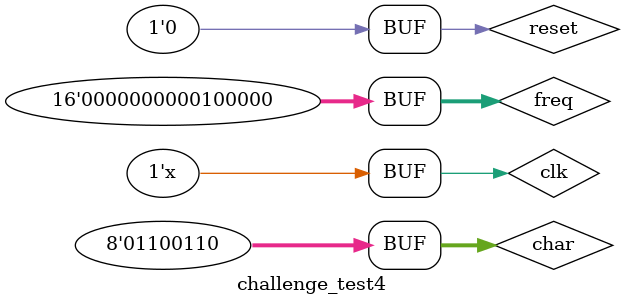
<source format=v>
`timescale 1ns / 1ps


module challenge_test4;

	// Inputs
	reg clk;
	reg reset;
	reg [7:0] char;
	reg [15:0] freq;

	// Outputs
	wire [1:0] format_type;
	wire [3:0] error_code;

	// Instantiate the Unit Under Test (UUT)
	cpu_checker uut (
		.clk(clk), 
		.reset(reset), 
		.char(char), 
		.freq(freq), 
		.format_type(format_type), 
		.error_code(error_code)
	);

	initial begin
		// Initialize Inputs
		clk = 0;
		reset = 0;
		char = 0;
		freq = 6'b100000;

		#10 char="^";
		#10 char="5";
		#10 char="@";
		#10 char="0";
		#10 char="0";
		#10 char="0";
		#10 char="0";
		#10 char="8";
		#10 char="0";
		#10 char="0";
		#10 char="0";
		#10 char=":";
		#10 char=8'd42;
		#10 char="0";
		#10 char="0";
		#10 char="0";
		#10 char="0";
		#10 char="0";
		#10 char="0";
		#10 char="8";
		#10 char="8";
		#10 char="<";
		#10 char="=";
		#10 char="f";
		#10 char="f";
		#10 char="f";
		#10 char="f";
		#10 char="b";
		#10 char="5";
		#10 char="2";
		#10 char="8";
		#10 char="#";
		#10 char="^";
		#10 char="5";
		#10 char="@";
		#10 char="0";
		#10 char="0";
		#10 char="0";
		#10 char="0";
		#10 char="3";
		#10 char="4";
		#10 char="5";
		#10 char="0";
		#10 char=":";
		#10 char=8'd42;
		#10 char="0";
		#10 char="0";
		#10 char="0";
		#10 char="0";
		#10 char="0";
		#10 char="0";
		#10 char="8";
		#10 char="8";
		#10 char="<";
		#10 char="=";
		#10 char="f";
		#10 char="f";
		#10 char="f";
		#10 char="f";
		#10 char="b";
		#10 char="5";
		#10 char="2";
		#10 char="8";
		#10 char="#";
		#10 char=" ";
		#10 char="a";
		#10 char="d";
		#10 char="f";

	end
always #5 clk=~clk;
      
endmodule


</source>
